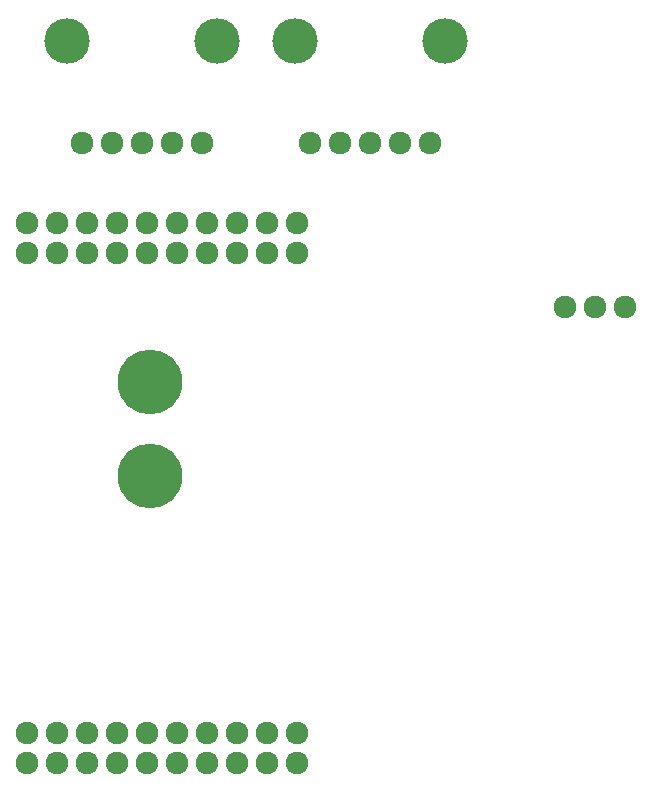
<source format=gbr>
G04 #@! TF.GenerationSoftware,KiCad,Pcbnew,(5.0.0)*
G04 #@! TF.CreationDate,2018-10-03T22:17:31-05:00*
G04 #@! TF.ProjectId,DriveBoard_Hardware,4472697665426F6172645F4861726477,rev?*
G04 #@! TF.SameCoordinates,Original*
G04 #@! TF.FileFunction,Soldermask,Bot*
G04 #@! TF.FilePolarity,Negative*
%FSLAX46Y46*%
G04 Gerber Fmt 4.6, Leading zero omitted, Abs format (unit mm)*
G04 Created by KiCad (PCBNEW (5.0.0)) date 10/03/18 22:17:31*
%MOMM*%
%LPD*%
G01*
G04 APERTURE LIST*
%ADD10C,5.480000*%
%ADD11C,1.924000*%
%ADD12C,3.850000*%
%ADD13C,1.920000*%
G04 APERTURE END LIST*
D10*
G04 #@! TO.C,Conn1*
X84353400Y-93727000D03*
X84353400Y-85726000D03*
G04 #@! TD*
D11*
G04 #@! TO.C,Conn2*
X78613000Y-65532000D03*
X81153000Y-65532000D03*
X83693000Y-65532000D03*
X86233000Y-65532000D03*
X88773000Y-65532000D03*
D12*
X77343000Y-56896000D03*
X90043000Y-56896000D03*
G04 #@! TD*
G04 #@! TO.C,Conn3*
X109347000Y-56896000D03*
X96647000Y-56896000D03*
D11*
X108077000Y-65532000D03*
X105537000Y-65532000D03*
X102997000Y-65532000D03*
X100457000Y-65532000D03*
X97917000Y-65532000D03*
G04 #@! TD*
D13*
G04 #@! TO.C,U1*
X73914000Y-117983000D03*
X96774000Y-72263000D03*
X94234000Y-72263000D03*
X86614000Y-72263000D03*
X84074000Y-115443000D03*
X89154000Y-72263000D03*
X91694000Y-72263000D03*
X89154000Y-117983000D03*
X94234000Y-115443000D03*
X84074000Y-72263000D03*
X81534000Y-72263000D03*
X94234000Y-117983000D03*
X89154000Y-115443000D03*
X86614000Y-115443000D03*
X73914000Y-115443000D03*
X76454000Y-115443000D03*
X78994000Y-115443000D03*
X81534000Y-115443000D03*
X91694000Y-115443000D03*
X96774000Y-115443000D03*
X76454000Y-117983000D03*
X78994000Y-117983000D03*
X81534000Y-117983000D03*
X84074000Y-117983000D03*
X86614000Y-117983000D03*
X91694000Y-117983000D03*
X96774000Y-117983000D03*
X73914000Y-74803000D03*
X76454000Y-74803000D03*
X78994000Y-74803000D03*
X81534000Y-74803000D03*
X84074000Y-74803000D03*
X86614000Y-74803000D03*
X89154000Y-74803000D03*
X91694000Y-74803000D03*
X94234000Y-74803000D03*
X96774000Y-74803000D03*
X73914000Y-72263000D03*
X76454000Y-72263000D03*
X78994000Y-72263000D03*
G04 #@! TD*
D11*
G04 #@! TO.C,U3*
X119507000Y-79375000D03*
X122047000Y-79375000D03*
X124587000Y-79375000D03*
G04 #@! TD*
M02*

</source>
